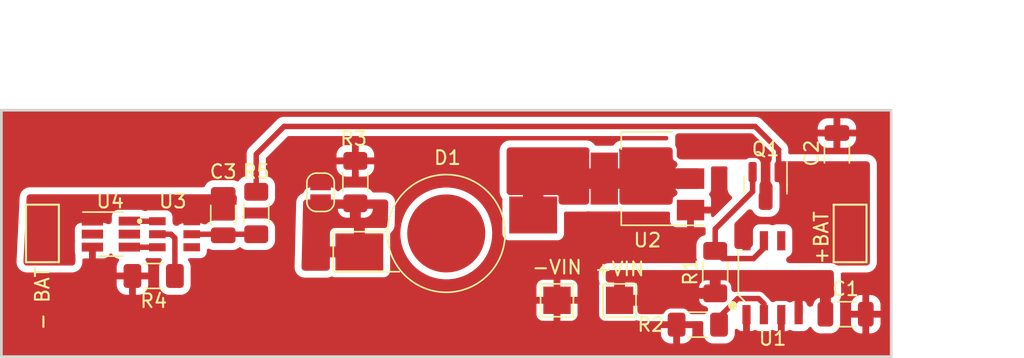
<source format=kicad_pcb>
(kicad_pcb (version 20221018) (generator pcbnew)
  (layers (0 "F.Cu" signal) (31 "B.Cu" signal) (34 "B.Paste" user) (35 "F.Paste" user) (36 "B.SilkS" user "B.Silkscreen") (37 "F.SilkS" user "F.Silkscreen") (38 "B.Mask" user) (39 "F.Mask" user) (44 "Edge.Cuts" user))
  (net 0 "")
  (net 1 "GND")
  (net 2 "/+Bat")
  (net 3 "Net-(U3-VCC)")
  (net 4 "/-Bat")
  (net 5 "/{slash}CHRG")
  (net 6 "/LED")
  (net 7 "Net-(U1-ISET)")
  (net 8 "Net-(U3-CS)")
  (net 10 "Net-(U3-OD)")
  (net 11 "Net-(U3-OC)")
  (net 15 "/LED1")
  (net 16 "/LED2")
  (net 17 "/+Vin")
  (footprint "PMIC-CN3063_SOIC8_:SOIC8-1.27-5X4MM" (layer "F.Cu") (at 156.337 94.234)
    (property "VALUE" "CN3063-SOIC8")
    (fp_text reference "U1" (at 0 4.445 180) (layer "F.SilkS"))
    (fp_text value "PMIC-CN3063_SOIC8_")
    (fp_line (start -2.5 -2) (end -2.3 -2) (stroke (width 0.127)) (layer "F.SilkS"))
    (fp_line (start -2.5 1.26891) (end -2.5 -2) (stroke (width 0.127)) (layer "F.SilkS"))
    (fp_line (start -1.96891 1.8) (end -2.5 1.26891) (stroke (width 0.127)) (layer "F.SilkS"))
    (fp_circle (center -2.921 2.032) (end -2.5908 2.032) (fill solid) (layer "F.SilkS"))
    (pad "1" smd rect (at -1.905 2.7) (size 0.6 1.4) (layers "F.Cu" "F.Paste" "F.Mask") (net 1 "GND"))
    (pad "2" smd rect (at -0.635 2.7) (size 0.6 1.4) (layers "F.Cu" "F.Paste" "F.Mask") (net 7 "Net-(U1-ISET)"))
    (pad "3" smd rect (at 0.635 2.7) (size 0.6 1.4) (layers "F.Cu" "F.Paste" "F.Mask") (net 1 "GND"))
    (pad "4" smd rect (at 1.905 2.7) (size 0.6 1.4) (layers "F.Cu" "F.Paste" "F.Mask") (net 17 "/+Vin"))
    (pad "5" smd rect (at 1.905 -2.7) (size 0.6 1.4) (layers "F.Cu" "F.Paste" "F.Mask") (net 2 "/+Bat"))
    (pad "6" smd rect (at 0.635 -2.7) (size 0.6 1.4) (layers "F.Cu" "F.Paste" "F.Mask"))
    (pad "7" smd rect (at -0.635 -2.7) (size 0.6 1.4) (layers "F.Cu" "F.Paste" "F.Mask") (net 5 "/{slash}CHRG"))
    (pad "8" smd rect (at -1.905 -2.7) (size 0.6 1.4) (layers "F.Cu" "F.Paste" "F.Mask") (net 2 "/+Bat"))
  )
  (footprint "Resistor_SMD:R_1206_3216Metric_Pad1.30x1.75mm_HandSolder" (layer "F.Cu") (at 125.857 87.249 -90)
    (fp_text reference "R3" (at -3.175 0.127 -180) (layer "F.SilkS"))
    (fp_text value "R")
    (fp_line (start -0.727064 -0.91) (end 0.727064 -0.91) (stroke (width 0.12)) (layer "F.SilkS"))
    (fp_line (start -0.727064 0.91) (end 0.727064 0.91) (stroke (width 0.12)) (layer "F.SilkS"))
    (pad "1" smd roundrect (at -1.55 0 270) (size 1.3 1.75) (layers "F.Cu" "F.Paste" "F.Mask") (roundrect_rratio 0.1923076923) (net 1 "GND"))
    (pad "2" smd roundrect (at 1.55 0 270) (size 1.3 1.75) (layers "F.Cu" "F.Paste" "F.Mask") (roundrect_rratio 0.1923076923) (net 16 "/LED2"))
  )
  (footprint "Package_TO_SOT_SMD:SOT-23-6_Handsoldering" (layer "F.Cu") (at 108 91.05)
    (fp_text reference "U4" (at -0.05 -2.404) (layer "F.SilkS"))
    (fp_text value "8205A")
    (fp_line (start -0.9 1.61) (end 0.9 1.61) (stroke (width 0.12)) (layer "F.SilkS"))
    (fp_line (start 0.9 -1.61) (end -2.05 -1.61) (stroke (width 0.12)) (layer "F.SilkS"))
    (pad "1" smd rect (at -1.35 -0.95) (size 1.56 0.65) (layers "F.Cu" "F.Paste" "F.Mask") (net 4 "/-Bat"))
    (pad "2" smd rect (at -1.35 0) (size 1.56 0.65) (layers "F.Cu" "F.Paste" "F.Mask"))
    (pad "3" smd rect (at -1.35 0.95) (size 1.56 0.65) (layers "F.Cu" "F.Paste" "F.Mask") (net 1 "GND"))
    (pad "4" smd rect (at 1.35 0.95) (size 1.56 0.65) (layers "F.Cu" "F.Paste" "F.Mask") (net 11 "Net-(U3-OC)"))
    (pad "5" smd rect (at 1.35 0) (size 1.56 0.65) (layers "F.Cu" "F.Paste" "F.Mask"))
    (pad "6" smd rect (at 1.35 -0.95) (size 1.56 0.65) (layers "F.Cu" "F.Paste" "F.Mask") (net 10 "Net-(U3-OD)"))
  )
  (footprint "TestPoint:TestPoint_Keystone_5019_Minature" (layer "F.Cu") (at 103 91 90)
    (fp_text reference "TP4")
    (fp_text value "- BAT" (at -4.758 -0.003 90) (layer "F.SilkS"))
    (fp_line (start -2.1 -1.2) (end 2.1 -1.2) (stroke (width 0.15)) (layer "F.SilkS"))
    (fp_line (start -2.1 1.2) (end -2.1 -1.2) (stroke (width 0.15)) (layer "F.SilkS"))
    (fp_line (start 2.1 -1.2) (end 2.1 1.2) (stroke (width 0.15)) (layer "F.SilkS"))
    (fp_line (start 2.1 1.2) (end -2.1 1.2) (stroke (width 0.15)) (layer "F.SilkS"))
    (pad "1" smd rect (at 0 0 90) (size 3.8 2) (layers "F.Cu" "F.Paste" "F.Mask") (net 4 "/-Bat"))
  )
  (footprint "Package_TO_SOT_SMD:SOT-223-3_TabPin2" (layer "F.Cu") (at 147.193 86.995 180)
    (fp_text reference "U2" (at 0 -4.5) (layer "F.SilkS"))
    (fp_text value "AMS1117-3.3")
    (fp_line (start -4.1 -3.41) (end 1.91 -3.41) (stroke (width 0.12)) (layer "F.SilkS"))
    (fp_line (start -1.85 3.41) (end 1.91 3.41) (stroke (width 0.12)) (layer "F.SilkS"))
    (fp_line (start 1.91 -3.41) (end 1.91 -2.15) (stroke (width 0.12)) (layer "F.SilkS"))
    (fp_line (start 1.91 3.41) (end 1.91 2.15) (stroke (width 0.12)) (layer "F.SilkS"))
    (pad "1" smd rect (at -3.15 -2.3 180) (size 2 1.5) (layers "F.Cu" "F.Paste" "F.Mask") (net 1 "GND"))
    (pad "2" smd rect (at -3.15 0 180) (size 2 1.5) (layers "F.Cu" "F.Paste" "F.Mask") (net 15 "/LED1"))
    (pad "2" smd rect (at 3.15 0 180) (size 2 3.8) (layers "F.Cu" "F.Paste" "F.Mask") (net 15 "/LED1"))
    (pad "3" smd rect (at -3.15 2.3 180) (size 2 1.5) (layers "F.Cu" "F.Paste" "F.Mask") (net 6 "/LED"))
  )
  (footprint "Resistor_SMD:R_1206_3216Metric_Pad1.30x1.75mm_HandSolder" (layer "F.Cu") (at 111.125 94.107 180)
    (fp_text reference "R4" (at 0 -1.82) (layer "F.SilkS"))
    (fp_text value "10k")
    (fp_line (start -0.727064 -0.91) (end 0.727064 -0.91) (stroke (width 0.12)) (layer "F.SilkS"))
    (fp_line (start -0.727064 0.91) (end 0.727064 0.91) (stroke (width 0.12)) (layer "F.SilkS"))
    (pad "1" smd roundrect (at -1.55 0 180) (size 1.3 1.75) (layers "F.Cu" "F.Paste" "F.Mask") (roundrect_rratio 0.1923076923) (net 8 "Net-(U3-CS)"))
    (pad "2" smd roundrect (at 1.55 0 180) (size 1.3 1.75) (layers "F.Cu" "F.Paste" "F.Mask") (roundrect_rratio 0.1923076923) (net 1 "GND"))
  )
  (footprint "Resistor_SMD:R_1206_3216Metric_Pad1.30x1.75mm_HandSolder" (layer "F.Cu") (at 152.146 93.827 90)
    (fp_text reference "R1" (at 0 -1.82 90) (layer "F.SilkS"))
    (fp_text value "10k")
    (fp_line (start -0.727064 -0.91) (end 0.727064 -0.91) (stroke (width 0.12)) (layer "F.SilkS"))
    (fp_line (start -0.727064 0.91) (end 0.727064 0.91) (stroke (width 0.12)) (layer "F.SilkS"))
    (pad "1" smd roundrect (at -1.55 0 90) (size 1.3 1.75) (layers "F.Cu" "F.Paste" "F.Mask") (roundrect_rratio 0.1923076923) (net 17 "/+Vin"))
    (pad "2" smd roundrect (at 1.55 0 90) (size 1.3 1.75) (layers "F.Cu" "F.Paste" "F.Mask") (roundrect_rratio 0.1923076923) (net 5 "/{slash}CHRG"))
  )
  (footprint "LED_SMD:LED_1W_3W_R8" (layer "F.Cu") (at 132.5 91)
    (fp_text reference "D1" (at 0.088 -5.529) (layer "F.SilkS"))
    (fp_text value "LED")
    (fp_line (start -8.255 -0.127) (end -8.255 2.794) (stroke (width 0.12)) (layer "F.SilkS"))
    (fp_line (start -8.255 2.794) (end -3.429 2.794) (stroke (width 0.12)) (layer "F.SilkS"))
    (fp_line (start -4.445 -0.127) (end -8.255 -0.127) (stroke (width 0.12)) (layer "F.SilkS"))
    (fp_circle (center 0 0) (end -4.3 0) (stroke (width 0.12)) (fill none) (layer "F.SilkS"))
    (pad "1" smd rect (at -6.35 1.35) (size 3.5 2.7) (layers "F.Cu" "F.Paste" "F.Mask") (net 16 "/LED2"))
    (pad "2" smd rect (at 6.35 -1.35) (size 3.5 2.7) (layers "F.Cu" "F.Paste" "F.Mask") (net 15 "/LED1"))
    (pad "3" smd circle (at 0 0) (size 5.7 5.7) (layers "F.Cu" "F.Paste" "F.Mask"))
  )
  (footprint "Resistor_SMD:R_1206_3216Metric_Pad1.30x1.75mm_HandSolder" (layer "F.Cu") (at 118.618 89.509 90)
    (fp_text reference "R5" (at 3.022 0 180) (layer "F.SilkS"))
    (fp_text value "100")
    (fp_line (start -0.727064 -0.91) (end 0.727064 -0.91) (stroke (width 0.12)) (layer "F.SilkS"))
    (fp_line (start -0.727064 0.91) (end 0.727064 0.91) (stroke (width 0.12)) (layer "F.SilkS"))
    (pad "1" smd roundrect (at -1.55 0 90) (size 1.3 1.75) (layers "F.Cu" "F.Paste" "F.Mask") (roundrect_rratio 0.1923076923) (net 3 "Net-(U3-VCC)"))
    (pad "2" smd roundrect (at 1.55 0 90) (size 1.3 1.75) (layers "F.Cu" "F.Paste" "F.Mask") (roundrect_rratio 0.1923076923) (net 2 "/+Bat"))
  )
  (footprint "Capacitor_SMD:C_1206_3216Metric" (layer "F.Cu") (at 116.205 89.662 90)
    (fp_text reference "C3" (at 3.175 0 180) (layer "F.SilkS"))
    (fp_text value "100nF")
    (fp_line (start -0.711252 -0.91) (end 0.711252 -0.91) (stroke (width 0.12)) (layer "F.SilkS"))
    (fp_line (start -0.711252 0.91) (end 0.711252 0.91) (stroke (width 0.12)) (layer "F.SilkS"))
    (pad "1" smd roundrect (at -1.475 0 90) (size 1.15 1.8) (layers "F.Cu" "F.Paste" "F.Mask") (roundrect_rratio 0.2173913043) (net 3 "Net-(U3-VCC)"))
    (pad "2" smd roundrect (at 1.475 0 90) (size 1.15 1.8) (layers "F.Cu" "F.Paste" "F.Mask") (roundrect_rratio 0.2173913043) (net 4 "/-Bat"))
  )
  (footprint "Capacitor_SMD:C_1206_3216Metric" (layer "F.Cu") (at 161.671 96.901)
    (fp_text reference "C1" (at 0 -1.85) (layer "F.SilkS"))
    (fp_text value "1uF")
    (fp_line (start -0.711252 -0.91) (end 0.711252 -0.91) (stroke (width 0.12)) (layer "F.SilkS"))
    (fp_line (start -0.711252 0.91) (end 0.711252 0.91) (stroke (width 0.12)) (layer "F.SilkS"))
    (pad "1" smd roundrect (at -1.475 0) (size 1.15 1.8) (layers "F.Cu" "F.Paste" "F.Mask") (roundrect_rratio 0.2173913043) (net 17 "/+Vin"))
    (pad "2" smd roundrect (at 1.475 0) (size 1.15 1.8) (layers "F.Cu" "F.Paste" "F.Mask") (roundrect_rratio 0.2173913043) (net 1 "GND"))
  )
  (footprint "Capacitor_SMD:C_1206_3216Metric" (layer "F.Cu") (at 161.036 85.139 90)
    (fp_text reference "C2" (at 0 -1.85 90) (layer "F.SilkS"))
    (fp_text value "1uF")
    (fp_line (start -0.711252 -0.91) (end 0.711252 -0.91) (stroke (width 0.12)) (layer "F.SilkS"))
    (fp_line (start -0.711252 0.91) (end 0.711252 0.91) (stroke (width 0.12)) (layer "F.SilkS"))
    (pad "1" smd roundrect (at -1.475 0 90) (size 1.15 1.8) (layers "F.Cu" "F.Paste" "F.Mask") (roundrect_rratio 0.2173913043) (net 2 "/+Bat"))
    (pad "2" smd roundrect (at 1.475 0 90) (size 1.15 1.8) (layers "F.Cu" "F.Paste" "F.Mask") (roundrect_rratio 0.2173913043) (net 1 "GND"))
  )
  (footprint "Resistor_SMD:R_1206_3216Metric_Pad1.30x1.75mm_HandSolder" (layer "F.Cu") (at 150.876 97.663 180)
    (fp_text reference "R2" (at 3.429 0) (layer "F.SilkS"))
    (fp_text value "R")
    (fp_line (start -0.727064 -0.91) (end 0.727064 -0.91) (stroke (width 0.12)) (layer "F.SilkS"))
    (fp_line (start -0.727064 0.91) (end 0.727064 0.91) (stroke (width 0.12)) (layer "F.SilkS"))
    (pad "1" smd roundrect (at -1.55 0 180) (size 1.3 1.75) (layers "F.Cu" "F.Paste" "F.Mask") (roundrect_rratio 0.1923076923) (net 7 "Net-(U1-ISET)"))
    (pad "2" smd roundrect (at 1.55 0 180) (size 1.3 1.75) (layers "F.Cu" "F.Paste" "F.Mask") (roundrect_rratio 0.1923076923) (net 1 "GND"))
  )
  (footprint "Package_TO_SOT_SMD:SOT-23" (layer "F.Cu") (at 155.829 87.4545 -90)
    (fp_text reference "Q1" (at -2.6185 0 -180) (layer "F.SilkS"))
    (fp_text value "NMOS")
    (fp_line (start 0 -1.56) (end -1.675 -1.56) (stroke (width 0.12)) (layer "F.SilkS"))
    (fp_line (start 0 -1.56) (end 0.65 -1.56) (stroke (width 0.12)) (layer "F.SilkS"))
    (fp_line (start 0 1.56) (end -0.65 1.56) (stroke (width 0.12)) (layer "F.SilkS"))
    (fp_line (start 0 1.56) (end 0.65 1.56) (stroke (width 0.12)) (layer "F.SilkS"))
    (pad "1" smd roundrect (at -0.9375 -0.95 270) (size 1.475 0.6) (layers "F.Cu" "F.Paste" "F.Mask") (net 2 "/+Bat"))
    (pad "2" smd roundrect (at -0.9375 0.95 270) (size 1.475 0.6) (layers "F.Cu" "F.Paste" "F.Mask") (net 5 "/{slash}CHRG"))
    (pad "3" smd roundrect (at 0.9375 0 270) (size 1.475 0.6) (layers "F.Cu" "F.Paste" "F.Mask") (net 6 "/LED"))
  )
  (footprint "DW01A:SOT95P280X145-6N" (layer "F.Cu") (at 112.649 91.059)
    (fp_text reference "U3" (at -0.127 -2.413) (layer "F.SilkS"))
    (fp_text value "DW01A")
    (fp_circle (center -2.555 -0.95) (end -2.455 -0.95) (stroke (width 0.2)) (fill none) (layer "F.SilkS"))
    (pad "1" smd rect (at -1.255 -0.95) (size 1.21 0.59) (layers "F.Cu" "F.Paste" "F.Mask") (net 10 "Net-(U3-OD)"))
    (pad "2" smd rect (at -1.255 0) (size 1.21 0.59) (layers "F.Cu" "F.Paste" "F.Mask") (net 8 "Net-(U3-CS)"))
    (pad "3" smd rect (at -1.255 0.95) (size 1.21 0.59) (layers "F.Cu" "F.Paste" "F.Mask") (net 11 "Net-(U3-OC)"))
    (pad "4" smd rect (at 1.255 0.95) (size 1.21 0.59) (layers "F.Cu" "F.Paste" "F.Mask"))
    (pad "5" smd rect (at 1.255 0) (size 1.21 0.59) (layers "F.Cu" "F.Paste" "F.Mask") (net 3 "Net-(U3-VCC)"))
    (pad "6" smd rect (at 1.255 -0.95) (size 1.21 0.59) (layers "F.Cu" "F.Paste" "F.Mask") (net 4 "/-Bat"))
  )
  (footprint "TestPoint:TestPoint_Keystone_5019_Minature" (layer "F.Cu") (at 162 91 90)
    (fp_text reference "TP3")
    (fp_text value "+BAT" (at -0.313 -2.107 90) (layer "F.SilkS"))
    (fp_line (start -2.1 -1.2) (end 2.1 -1.2) (stroke (width 0.15)) (layer "F.SilkS"))
    (fp_line (start -2.1 1.2) (end -2.1 -1.2) (stroke (width 0.15)) (layer "F.SilkS"))
    (fp_line (start 2.1 -1.2) (end 2.1 1.2) (stroke (width 0.15)) (layer "F.SilkS"))
    (fp_line (start 2.1 1.2) (end -2.1 1.2) (stroke (width 0.15)) (layer "F.SilkS"))
    (pad "1" smd rect (at 0 0 90) (size 3.8 2) (layers "F.Cu" "F.Paste" "F.Mask") (net 2 "/+Bat"))
  )
  (footprint "Jumper:SolderJumper-2_P1.3mm_Open_RoundedPad1.0x1.5mm" (layer "F.Cu") (at 123.317 87.996 -90)
    (fp_text reference "JP1")
    (fp_text value "Jumper_2_Open")
    (fp_line (start -1.4 0.3) (end -1.4 -0.3) (stroke (width 0.12)) (layer "F.SilkS"))
    (fp_line (start -0.7 -1) (end 0.7 -1) (stroke (width 0.12)) (layer "F.SilkS"))
    (fp_line (start 0.7 1) (end -0.7 1) (stroke (width 0.12)) (layer "F.SilkS"))
    (fp_line (start 1.4 -0.3) (end 1.4 0.3) (stroke (width 0.12)) (layer "F.SilkS"))
    (fp_arc (start -1.4 -0.3) (mid -1.194975 -0.794975) (end -0.7 -1) (stroke (width 0.12)) (layer "F.SilkS"))
    (fp_arc (start -0.7 1) (mid -1.194975 0.794975) (end -1.4 0.3) (stroke (width 0.12)) (layer "F.SilkS"))
    (fp_arc (start 0.7 -1) (mid 1.194975 -0.794975) (end 1.4 -0.3) (stroke (width 0.12)) (layer "F.SilkS"))
    (fp_arc (start 1.4 0.3) (mid 1.194975 0.794975) (end 0.7 1) (stroke (width 0.12)) (layer "F.SilkS"))
    (pad "1" smd custom (at -0.65 0 270) (size 1 0.5) (layers "F.Cu" "F.Mask") (net 1 "GND") (options (clearance outline) (anchor rect)) (primitives (gr_circle (center 0 0.25) (end 0.5 0.25) (width 0) (fill yes)) (gr_circle (center 0 -0.25) (end 0.5 -0.25) (width 0) (fill yes)) (gr_poly (pts (xy 0.5 0.75) (xy 0 0.75) (xy 0 -0.75) (xy 0.5 -0.75)) (width 0) (fill yes))))
    (pad "2" smd custom (at 0.65 0 270) (size 1 0.5) (layers "F.Cu" "F.Mask") (net 16 "/LED2") (options (clearance outline) (anchor rect)) (primitives (gr_circle (center 0 0.25) (end 0.5 0.25) (width 0) (fill yes)) (gr_circle (center 0 -0.25) (end 0.5 -0.25) (width 0) (fill yes)) (gr_poly (pts (xy 0 0.75) (xy -0.5 0.75) (xy -0.5 -0.75) (xy 0 -0.75)) (width 0) (fill yes))))
  )
  (footprint "TestPoint:TestPoint_Pad_2.0x2.0mm" (layer "F.Cu") (at 145.161 95.885)
    (fp_text reference "TP1")
    (fp_text value "+VIN" (at 0 -2.286) (layer "F.SilkS"))
    (fp_line (start -1.2 -1.2) (end 1.2 -1.2) (stroke (width 0.12)) (layer "F.SilkS"))
    (fp_line (start -1.2 1.2) (end -1.2 -1.2) (stroke (width 0.12)) (layer "F.SilkS"))
    (fp_line (start 1.2 -1.2) (end 1.2 1.2) (stroke (width 0.12)) (layer "F.SilkS"))
    (fp_line (start 1.2 1.2) (end -1.2 1.2) (stroke (width 0.12)) (layer "F.SilkS"))
    (pad "1" smd rect (at 0 0) (size 2 2) (layers "F.Cu" "F.Mask") (net 17 "/+Vin"))
  )
  (footprint "TestPoint:TestPoint_Pad_2.0x2.0mm" (layer "F.Cu") (at 140.589 95.885)
    (fp_text reference "TP2")
    (fp_text value "-VIN" (at 0 -2.413) (layer "F.SilkS"))
    (fp_line (start -1.2 -1.2) (end 1.2 -1.2) (stroke (width 0.12)) (layer "F.SilkS"))
    (fp_line (start -1.2 1.2) (end -1.2 -1.2) (stroke (width 0.12)) (layer "F.SilkS"))
    (fp_line (start 1.2 -1.2) (end 1.2 1.2) (stroke (width 0.12)) (layer "F.SilkS"))
    (fp_line (start 1.2 1.2) (end -1.2 1.2) (stroke (width 0.12)) (layer "F.SilkS"))
    (pad "1" smd rect (at 0 0) (size 2 2) (layers "F.Cu" "F.Mask") (net 1 "GND"))
  )
  (gr_rect (start 100 82) (end 165 100) (stroke (width 0.2)) (fill none) (layer "Edge.Cuts"))
  (segment (start 156.779 84.897) (end 155.067 83.185) (width 0.4) (layer "F.Cu") (net 2))
  (segment (start 118.618 85.217) (end 120.65 83.185) (width 0.4) (layer "F.Cu") (net 2))
  (segment (start 156.779 86.517) (end 156.779 84.897) (width 0.4) (layer "F.Cu") (net 2))
  (segment (start 155.067 83.185) (end 120.65 83.185) (width 0.4) (layer "F.Cu") (net 2))
  (segment (start 118.618 87.959) (end 118.618 85.217) (width 0.4) (layer "F.Cu") (net 2))
  (segment (start 118.413 91.059) (end 118.491 91.137) (width 0.4) (layer "F.Cu") (net 3))
  (segment (start 116.078 91.059) (end 118.413 91.059) (width 0.4) (layer "F.Cu") (net 3))
  (segment (start 116.078 91.059) (end 113.904 91.059) (width 0.4) (layer "F.Cu") (net 3))
  (segment (start 155.702 92.075) (end 154.94 92.837) (width 0.4) (layer "F.Cu") (net 5))
  (segment (start 152.146 90.678) (end 154.879 87.945) (width 0.4) (layer "F.Cu") (net 5))
  (segment (start 154.94 92.837) (end 152.706 92.837) (width 0.4) (layer "F.Cu") (net 5))
  (segment (start 154.879 87.945) (end 154.879 86.517) (width 0.4) (layer "F.Cu") (net 5))
  (segment (start 152.146 92.277) (end 152.146 90.678) (width 0.4) (layer "F.Cu") (net 5))
  (segment (start 155.702 91.534) (end 155.702 92.075) (width 0.4) (layer "F.Cu") (net 5))
  (segment (start 152.706 92.837) (end 152.146 92.277) (width 0.4) (layer "F.Cu") (net 5))
  (segment (start 155.702 96.139) (end 155.321 95.758) (width 0.4) (layer "F.Cu") (net 7))
  (segment (start 155.702 96.934) (end 155.702 96.139) (width 0.4) (layer "F.Cu") (net 7))
  (segment (start 155.321 95.758) (end 153.797 95.758) (width 0.4) (layer "F.Cu") (net 7))
  (segment (start 153.797 95.758) (end 152.426 97.129) (width 0.4) (layer "F.Cu") (net 7))
  (segment (start 152.426 97.129) (end 152.426 97.663) (width 0.4) (layer "F.Cu") (net 7))
  (segment (start 112.395 91.059) (end 112.675 91.339) (width 0.4) (layer "F.Cu") (net 8))
  (segment (start 112.675 91.339) (end 112.675 94.107) (width 0.4) (layer "F.Cu") (net 8))
  (segment (start 111.394 91.059) (end 112.395 91.059) (width 0.4) (layer "F.Cu") (net 8))
  (segment (start 109.359 90.109) (end 109.35 90.1) (width 0.4) (layer "F.Cu") (net 10))
  (segment (start 111.394 90.109) (end 109.359 90.109) (width 0.4) (layer "F.Cu") (net 10))
  (segment (start 109.359 92.009) (end 109.35 92) (width 0.4) (layer "F.Cu") (net 11))
  (segment (start 111.394 92.009) (end 109.359 92.009) (width 0.4) (layer "F.Cu") (net 11))
  (zone (net 4) (net_name "/-Bat") (layer "F.Cu") (priority 1) (connect_pads thru_hole_only (clearance 0.5)) (min_thickness 0.5) (fill yes (thermal_gap 0.4) (thermal_bridge_width 0.8))
    (polygon (pts (xy 101.854 88.138) (xy 117.221 88.138) (xy 117.094 90.551) (xy 105.41 90.551) (xy 105.41 93.345) (xy 101.6 93.345)))
  )
  (zone (net 16) (net_name "/LED2") (layer "F.Cu") (priority 5) (connect_pads (clearance 0.3)) (min_thickness 0.5) (fill yes (thermal_gap 0.4) (thermal_bridge_width 0.8))
    (polygon (pts (xy 128.143 93.726) (xy 128.27 88.519) (xy 122.047 88.519) (xy 121.92 93.726)))
  )
  (zone (net 6) (net_name "/LED") (layer "F.Cu") (priority 3) (connect_pads yes (clearance 0.3)) (min_thickness 0.5) (fill yes (thermal_gap 0.4) (thermal_bridge_width 0.8))
    (polygon (pts (xy 156.337 83.312) (xy 149.225 83.312) (xy 149.225 85.598) (xy 155.321 85.598) (xy 155.321 89.281) (xy 156.337 89.281)))
  )
  (zone (net 15) (net_name "/LED1") (layer "F.Cu") (priority 4) (connect_pads (clearance 0.3)) (min_thickness 0.5) (fill yes (thermal_gap 0.1) (thermal_bridge_width 1.5))
    (polygon (pts (xy 151.384 88.9) (xy 140.716 88.9) (xy 140.716 91.186) (xy 136.906 91.186) (xy 136.906 84.709) (xy 151.384 84.709)))
  )
  (zone (net 1) (net_name "GND") (layer "F.Cu") (connect_pads (clearance 0.5)) (min_thickness 0.25) (fill yes (thermal_gap 0.5) (thermal_bridge_width 0.5))
    (polygon (pts (xy 100 100) (xy 100 82) (xy 165 82) (xy 165 100)))
  )
  (zone (net 2) (net_name "/+Bat") (layer "F.Cu") (priority 2) (connect_pads thru_hole_only (clearance 0.5)) (min_thickness 0.5) (fill yes (thermal_gap 0.4) (thermal_bridge_width 0.8))
    (polygon (pts (xy 163.449 93.345) (xy 163.449 85.725) (xy 153.543 85.725) (xy 153.543 93.345)))
  )
  (zone (net 17) (net_name "/+Vin") (layer "F.Cu") (priority 6) (connect_pads (clearance 0.3)) (min_thickness 0.5) (fill yes (thermal_gap 0.3) (thermal_bridge_width 0.8))
    (polygon (pts (xy 144.145 93.6752) (xy 160.8074 93.6752) (xy 160.909 98.171) (xy 153.924 98.171) (xy 153.924 96.901) (xy 147.32 96.901) (xy 144.1196 96.8756) (xy 144.145 96.8756)))
  )
)
</source>
